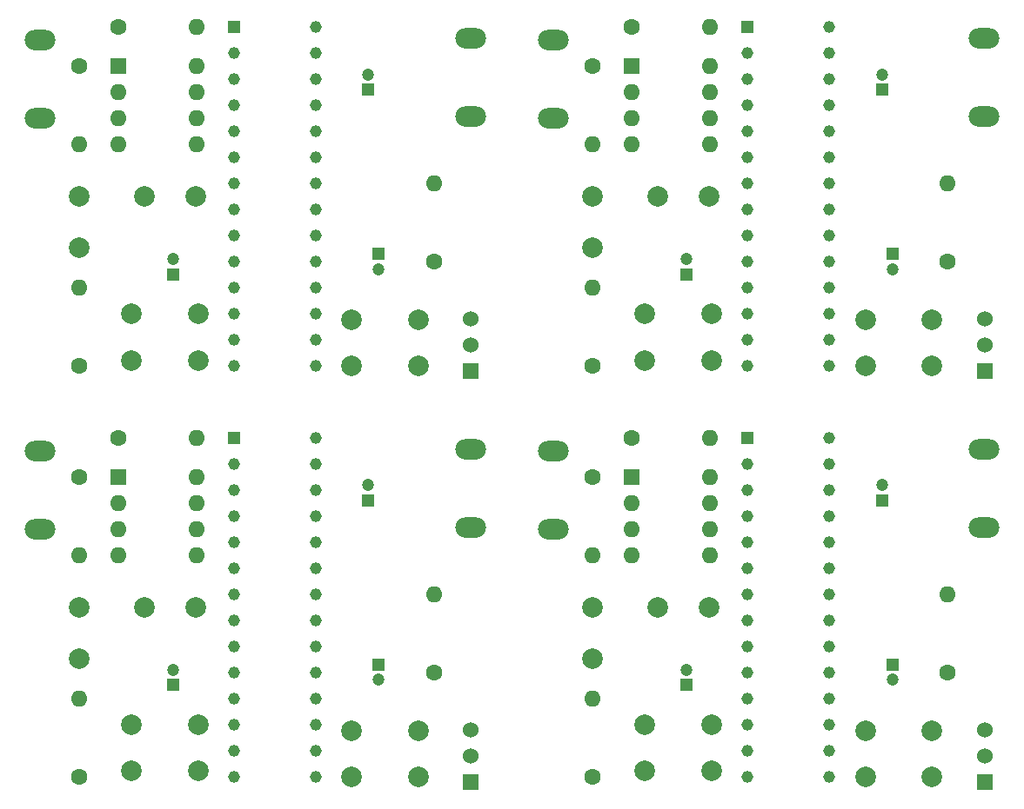
<source format=gbs>
%TF.GenerationSoftware,KiCad,Pcbnew,(5.1.9-0-10_14)*%
%TF.CreationDate,2021-04-15T21:04:48+09:00*%
%TF.ProjectId,RadioExercise_2x2,52616469-6f45-4786-9572-636973655f32,rev?*%
%TF.SameCoordinates,Original*%
%TF.FileFunction,Soldermask,Bot*%
%TF.FilePolarity,Negative*%
%FSLAX46Y46*%
G04 Gerber Fmt 4.6, Leading zero omitted, Abs format (unit mm)*
G04 Created by KiCad (PCBNEW (5.1.9-0-10_14)) date 2021-04-15 21:04:48*
%MOMM*%
%LPD*%
G01*
G04 APERTURE LIST*
%ADD10R,1.524000X1.524000*%
%ADD11C,1.524000*%
%ADD12C,2.000000*%
%ADD13O,1.600000X1.600000*%
%ADD14C,1.600000*%
%ADD15O,3.000000X2.000000*%
%ADD16R,1.158000X1.158000*%
%ADD17C,1.158000*%
%ADD18R,1.600000X1.600000*%
%ADD19R,1.200000X1.200000*%
%ADD20C,1.200000*%
G04 APERTURE END LIST*
D10*
%TO.C,SW5*%
X177928000Y-143528000D03*
D11*
X177928000Y-140988000D03*
X177928000Y-138448000D03*
%TD*%
D10*
%TO.C,SW5*%
X127928000Y-143528000D03*
D11*
X127928000Y-140988000D03*
X127928000Y-138448000D03*
%TD*%
D10*
%TO.C,SW5*%
X177928000Y-103528000D03*
D11*
X177928000Y-100988000D03*
X177928000Y-98448000D03*
%TD*%
D12*
%TO.C,SW2*%
X166292000Y-143020000D03*
X166292000Y-138520000D03*
X172792000Y-143020000D03*
X172792000Y-138520000D03*
%TD*%
%TO.C,SW2*%
X116292000Y-143020000D03*
X116292000Y-138520000D03*
X122792000Y-143020000D03*
X122792000Y-138520000D03*
%TD*%
%TO.C,SW2*%
X166292000Y-103020000D03*
X166292000Y-98520000D03*
X172792000Y-103020000D03*
X172792000Y-98520000D03*
%TD*%
%TO.C,SW1*%
X144852000Y-142440000D03*
X144852000Y-137940000D03*
X151352000Y-142440000D03*
X151352000Y-137940000D03*
%TD*%
%TO.C,SW1*%
X94852000Y-142440000D03*
X94852000Y-137940000D03*
X101352000Y-142440000D03*
X101352000Y-137940000D03*
%TD*%
%TO.C,SW1*%
X144852000Y-102440000D03*
X144852000Y-97940000D03*
X151352000Y-102440000D03*
X151352000Y-97940000D03*
%TD*%
D13*
%TO.C,R5*%
X151202000Y-110000000D03*
D14*
X143582000Y-110000000D03*
%TD*%
D13*
%TO.C,R5*%
X101202000Y-110000000D03*
D14*
X93582000Y-110000000D03*
%TD*%
D13*
%TO.C,R5*%
X151202000Y-70000000D03*
D14*
X143582000Y-70000000D03*
%TD*%
%TO.C,R4*%
X139772000Y-113810000D03*
D13*
X139772000Y-121430000D03*
%TD*%
D14*
%TO.C,R4*%
X89772000Y-113810000D03*
D13*
X89772000Y-121430000D03*
%TD*%
D14*
%TO.C,R4*%
X139772000Y-73810000D03*
D13*
X139772000Y-81430000D03*
%TD*%
D14*
%TO.C,R3*%
X174316000Y-132860000D03*
D13*
X174316000Y-125240000D03*
%TD*%
D14*
%TO.C,R3*%
X124316000Y-132860000D03*
D13*
X124316000Y-125240000D03*
%TD*%
D14*
%TO.C,R3*%
X174316000Y-92860000D03*
D13*
X174316000Y-85240000D03*
%TD*%
%TO.C,R2*%
X139772000Y-135400000D03*
D14*
X139772000Y-143020000D03*
%TD*%
D13*
%TO.C,R2*%
X89772000Y-135400000D03*
D14*
X89772000Y-143020000D03*
%TD*%
D13*
%TO.C,R2*%
X139772000Y-95400000D03*
D14*
X139772000Y-103020000D03*
%TD*%
D15*
%TO.C,LS1*%
X135962000Y-118890000D03*
X135962000Y-111270000D03*
%TD*%
%TO.C,LS1*%
X85962000Y-118890000D03*
X85962000Y-111270000D03*
%TD*%
%TO.C,LS1*%
X135962000Y-78890000D03*
X135962000Y-71270000D03*
%TD*%
%TO.C,J1*%
X177872000Y-111084000D03*
X177872000Y-118704000D03*
%TD*%
%TO.C,J1*%
X127872000Y-111084000D03*
X127872000Y-118704000D03*
%TD*%
%TO.C,J1*%
X177872000Y-71084000D03*
X177872000Y-78704000D03*
%TD*%
D16*
%TO.C,IC2*%
X154853000Y-110000000D03*
D17*
X154853000Y-112540000D03*
X154853000Y-115080000D03*
X154853000Y-117620000D03*
X154853000Y-120160000D03*
X154853000Y-122700000D03*
X154853000Y-125240000D03*
X154853000Y-127780000D03*
X154853000Y-130320000D03*
X154853000Y-132860000D03*
X154853000Y-135400000D03*
X154853000Y-137940000D03*
X154853000Y-140480000D03*
X154853000Y-143020000D03*
X162791000Y-143020000D03*
X162791000Y-140480000D03*
X162791000Y-137940000D03*
X162791000Y-135400000D03*
X162791000Y-132860000D03*
X162791000Y-130320000D03*
X162791000Y-127780000D03*
X162791000Y-125240000D03*
X162791000Y-122700000D03*
X162791000Y-120160000D03*
X162791000Y-117620000D03*
X162791000Y-115080000D03*
X162791000Y-112540000D03*
X162791000Y-110000000D03*
%TD*%
D16*
%TO.C,IC2*%
X104853000Y-110000000D03*
D17*
X104853000Y-112540000D03*
X104853000Y-115080000D03*
X104853000Y-117620000D03*
X104853000Y-120160000D03*
X104853000Y-122700000D03*
X104853000Y-125240000D03*
X104853000Y-127780000D03*
X104853000Y-130320000D03*
X104853000Y-132860000D03*
X104853000Y-135400000D03*
X104853000Y-137940000D03*
X104853000Y-140480000D03*
X104853000Y-143020000D03*
X112791000Y-143020000D03*
X112791000Y-140480000D03*
X112791000Y-137940000D03*
X112791000Y-135400000D03*
X112791000Y-132860000D03*
X112791000Y-130320000D03*
X112791000Y-127780000D03*
X112791000Y-125240000D03*
X112791000Y-122700000D03*
X112791000Y-120160000D03*
X112791000Y-117620000D03*
X112791000Y-115080000D03*
X112791000Y-112540000D03*
X112791000Y-110000000D03*
%TD*%
D16*
%TO.C,IC2*%
X154853000Y-70000000D03*
D17*
X154853000Y-72540000D03*
X154853000Y-75080000D03*
X154853000Y-77620000D03*
X154853000Y-80160000D03*
X154853000Y-82700000D03*
X154853000Y-85240000D03*
X154853000Y-87780000D03*
X154853000Y-90320000D03*
X154853000Y-92860000D03*
X154853000Y-95400000D03*
X154853000Y-97940000D03*
X154853000Y-100480000D03*
X154853000Y-103020000D03*
X162791000Y-103020000D03*
X162791000Y-100480000D03*
X162791000Y-97940000D03*
X162791000Y-95400000D03*
X162791000Y-92860000D03*
X162791000Y-90320000D03*
X162791000Y-87780000D03*
X162791000Y-85240000D03*
X162791000Y-82700000D03*
X162791000Y-80160000D03*
X162791000Y-77620000D03*
X162791000Y-75080000D03*
X162791000Y-72540000D03*
X162791000Y-70000000D03*
%TD*%
D18*
%TO.C,IC1*%
X143582000Y-113810000D03*
D13*
X151202000Y-121430000D03*
X143582000Y-116350000D03*
X151202000Y-118890000D03*
X143582000Y-118890000D03*
X151202000Y-116350000D03*
X143582000Y-121430000D03*
X151202000Y-113810000D03*
%TD*%
D18*
%TO.C,IC1*%
X93582000Y-113810000D03*
D13*
X101202000Y-121430000D03*
X93582000Y-116350000D03*
X101202000Y-118890000D03*
X93582000Y-118890000D03*
X101202000Y-116350000D03*
X93582000Y-121430000D03*
X101202000Y-113810000D03*
%TD*%
D18*
%TO.C,IC1*%
X143582000Y-73810000D03*
D13*
X151202000Y-81430000D03*
X143582000Y-76350000D03*
X151202000Y-78890000D03*
X143582000Y-78890000D03*
X151202000Y-76350000D03*
X143582000Y-81430000D03*
X151202000Y-73810000D03*
%TD*%
D19*
%TO.C,C5*%
X167928000Y-116084000D03*
D20*
X167928000Y-114584000D03*
%TD*%
D19*
%TO.C,C5*%
X117928000Y-116084000D03*
D20*
X117928000Y-114584000D03*
%TD*%
D19*
%TO.C,C5*%
X167928000Y-76084000D03*
D20*
X167928000Y-74584000D03*
%TD*%
D12*
%TO.C,C4*%
X151122000Y-126510000D03*
X146122000Y-126510000D03*
%TD*%
%TO.C,C4*%
X101122000Y-126510000D03*
X96122000Y-126510000D03*
%TD*%
%TO.C,C4*%
X151122000Y-86510000D03*
X146122000Y-86510000D03*
%TD*%
D20*
%TO.C,C3*%
X168928000Y-133584000D03*
D19*
X168928000Y-132084000D03*
%TD*%
D20*
%TO.C,C3*%
X118928000Y-133584000D03*
D19*
X118928000Y-132084000D03*
%TD*%
D20*
%TO.C,C3*%
X168928000Y-93584000D03*
D19*
X168928000Y-92084000D03*
%TD*%
%TO.C,C2*%
X148928000Y-134084000D03*
D20*
X148928000Y-132584000D03*
%TD*%
D19*
%TO.C,C2*%
X98928000Y-134084000D03*
D20*
X98928000Y-132584000D03*
%TD*%
D19*
%TO.C,C2*%
X148928000Y-94084000D03*
D20*
X148928000Y-92584000D03*
%TD*%
D12*
%TO.C,C1*%
X139772000Y-126510000D03*
X139772000Y-131510000D03*
%TD*%
%TO.C,C1*%
X89772000Y-126510000D03*
X89772000Y-131510000D03*
%TD*%
%TO.C,C1*%
X139772000Y-86510000D03*
X139772000Y-91510000D03*
%TD*%
%TO.C,C1*%
X89772000Y-91510000D03*
X89772000Y-86510000D03*
%TD*%
D20*
%TO.C,C2*%
X98928000Y-92584000D03*
D19*
X98928000Y-94084000D03*
%TD*%
%TO.C,C3*%
X118928000Y-92084000D03*
D20*
X118928000Y-93584000D03*
%TD*%
D12*
%TO.C,C4*%
X96122000Y-86510000D03*
X101122000Y-86510000D03*
%TD*%
D20*
%TO.C,C5*%
X117928000Y-74584000D03*
D19*
X117928000Y-76084000D03*
%TD*%
D13*
%TO.C,IC1*%
X101202000Y-73810000D03*
X93582000Y-81430000D03*
X101202000Y-76350000D03*
X93582000Y-78890000D03*
X101202000Y-78890000D03*
X93582000Y-76350000D03*
X101202000Y-81430000D03*
D18*
X93582000Y-73810000D03*
%TD*%
D17*
%TO.C,IC2*%
X112791000Y-70000000D03*
X112791000Y-72540000D03*
X112791000Y-75080000D03*
X112791000Y-77620000D03*
X112791000Y-80160000D03*
X112791000Y-82700000D03*
X112791000Y-85240000D03*
X112791000Y-87780000D03*
X112791000Y-90320000D03*
X112791000Y-92860000D03*
X112791000Y-95400000D03*
X112791000Y-97940000D03*
X112791000Y-100480000D03*
X112791000Y-103020000D03*
X104853000Y-103020000D03*
X104853000Y-100480000D03*
X104853000Y-97940000D03*
X104853000Y-95400000D03*
X104853000Y-92860000D03*
X104853000Y-90320000D03*
X104853000Y-87780000D03*
X104853000Y-85240000D03*
X104853000Y-82700000D03*
X104853000Y-80160000D03*
X104853000Y-77620000D03*
X104853000Y-75080000D03*
X104853000Y-72540000D03*
D16*
X104853000Y-70000000D03*
%TD*%
D15*
%TO.C,J1*%
X127872000Y-78704000D03*
X127872000Y-71084000D03*
%TD*%
%TO.C,LS1*%
X85962000Y-71270000D03*
X85962000Y-78890000D03*
%TD*%
D14*
%TO.C,R2*%
X89772000Y-103020000D03*
D13*
X89772000Y-95400000D03*
%TD*%
%TO.C,R3*%
X124316000Y-85240000D03*
D14*
X124316000Y-92860000D03*
%TD*%
D13*
%TO.C,R4*%
X89772000Y-81430000D03*
D14*
X89772000Y-73810000D03*
%TD*%
%TO.C,R5*%
X93582000Y-70000000D03*
D13*
X101202000Y-70000000D03*
%TD*%
D12*
%TO.C,SW1*%
X101352000Y-97940000D03*
X101352000Y-102440000D03*
X94852000Y-97940000D03*
X94852000Y-102440000D03*
%TD*%
%TO.C,SW2*%
X122792000Y-98520000D03*
X122792000Y-103020000D03*
X116292000Y-98520000D03*
X116292000Y-103020000D03*
%TD*%
D11*
%TO.C,SW5*%
X127928000Y-98448000D03*
X127928000Y-100988000D03*
D10*
X127928000Y-103528000D03*
%TD*%
M02*

</source>
